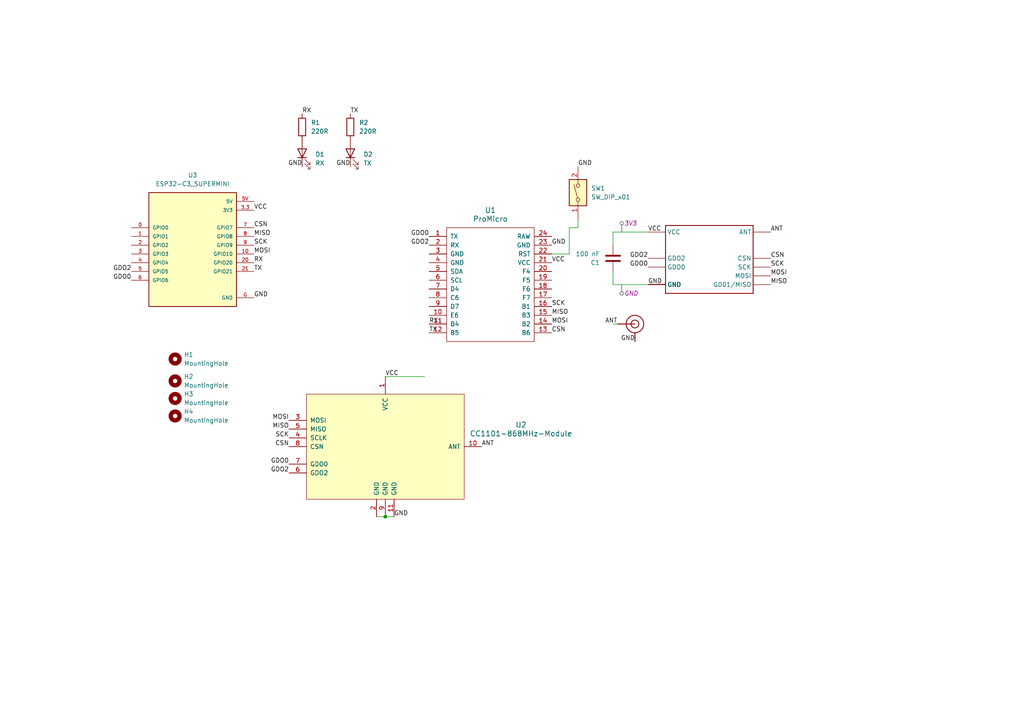
<source format=kicad_sch>
(kicad_sch (version 20231120) (generator "eeschema") (generator_version "8.0")
  (paper "A4")
  (lib_symbols
    (symbol "CC1101-E07-PI-eagle-import:ANTENNASMA"
      (symbol "ANTENNASMA_1_0"
        (circle (center 0 0) (radius 1.1359) (stroke (width 0.254)))
        (circle (center 0 0) (radius 2.54) (stroke (width 0.254)))
        (pin bidirectional line (at -5.08 0 0) (length 5.08) (name "ANT") (number "ANT0"))
        (pin bidirectional line (at -5.08 0 0) (length 5.08) (name "ANT") (number "ANT1"))
        (pin bidirectional line (at -5.08 0 0) (length 5.08) (name "ANT") (number "ANT2"))
        (pin bidirectional line (at 0 -5.08 90) (length 2.54) (name "GND") (number "GND3"))
        (pin bidirectional line (at 0 -5.08 90) (length 2.54) (name "GND") (number "GND4"))
        (pin bidirectional line (at 0 -5.08 90) (length 2.54) (name "GND") (number "GND5"))
        (pin bidirectional line (at 0 -5.08 90) (length 2.54) (name "GND") (number "GND6"))
      )
    )
    (symbol "CC1101-E07-PI-eagle-import:E07-900M10S"
      (symbol "E07-900M10S_1_0"
        (polyline (pts (xy -12.7 -10.16) (xy -12.7 9.525)) (stroke (width 0.254)))
        (polyline (pts (xy -12.7 9.525) (xy 12.7 9.525)) (stroke (width 0.254)))
        (polyline (pts (xy 12.7 -10.16) (xy -12.7 -10.16)) (stroke (width 0.254)))
        (polyline (pts (xy 12.7 9.525) (xy 12.7 -10.16)) (stroke (width 0.254)))
        (pin bidirectional line (at -17.78 -7.62 0) (length 5.08) (name "GND") (number "1"))
        (pin bidirectional line (at -17.78 -7.62 0) (length 5.08) (name "GND") (number "11"))
        (pin bidirectional line (at -17.78 -7.62 0) (length 5.08) (name "GND") (number "12"))
        (pin bidirectional line (at -17.78 0 0) (length 5.08) (name "GDO2") (number "14"))
        (pin bidirectional line (at -17.78 -2.54 0) (length 5.08) (name "GDO0") (number "15"))
        (pin bidirectional line (at 17.78 -7.62 180) (length 5.08) (name "GD01/MISO") (number "16"))
        (pin bidirectional line (at 17.78 -5.08 180) (length 5.08) (name "MOSI") (number "17"))
        (pin bidirectional line (at 17.78 -2.54 180) (length 5.08) (name "SCK") (number "18"))
        (pin bidirectional line (at 17.78 0 180) (length 5.08) (name "CSN") (number "19"))
        (pin bidirectional line (at -17.78 -7.62 0) (length 5.08) (name "GND") (number "2"))
        (pin bidirectional line (at -17.78 -7.62 0) (length 5.08) (name "GND") (number "20"))
        (pin bidirectional line (at 17.78 7.62 180) (length 5.08) (name "ANT") (number "21"))
        (pin bidirectional line (at -17.78 -7.62 0) (length 5.08) (name "GND") (number "22"))
        (pin bidirectional line (at -17.78 -7.62 0) (length 5.08) (name "GND") (number "3"))
        (pin bidirectional line (at -17.78 -7.62 0) (length 5.08) (name "GND") (number "4"))
        (pin bidirectional line (at -17.78 -7.62 0) (length 5.08) (name "GND") (number "5"))
        (pin bidirectional line (at -17.78 7.62 0) (length 5.08) (name "VCC") (number "9"))
      )
    )
    (symbol "Device:C" (pin_numbers hide) (pin_names (offset 0.254))
      (property "Reference" "C" (at 0.635 2.54 0))
      (property "Value" "C" (at 0.635 -2.54 0))
      (symbol "C_0_1"
        (polyline (pts (xy -2.032 -0.762) (xy 2.032 -0.762)) (stroke (width 0.508)))
        (polyline (pts (xy -2.032 0.762) (xy 2.032 0.762)) (stroke (width 0.508)))
      )
      (symbol "C_1_1"
        (pin passive line (at 0 3.81 270) (length 2.794) (name "~") (number "1"))
        (pin passive line (at 0 -3.81 90) (length 2.794) (name "~") (number "2"))
      )
    )
    (symbol "Device:LED" (pin_numbers hide) (pin_names (offset 1.016) hide)
      (property "Reference" "D" (at 0 2.54 0))
      (property "Value" "LED" (at 0 -2.54 0))
      (symbol "LED_0_1"
        (polyline (pts (xy -1.27 -1.27) (xy -1.27 1.27)) (stroke (width 0.254)))
        (polyline (pts (xy -1.27 0) (xy 1.27 0)))
        (polyline (pts (xy 1.27 -1.27) (xy 1.27 1.27) (xy -1.27 0) (xy 1.27 -1.27)) (stroke (width 0.254)))
        (polyline (pts (xy -3.048 -0.762) (xy -4.572 -2.286) (xy -3.81 -2.286) (xy -4.572 -2.286) (xy -4.572 -1.524)))
        (polyline (pts (xy -1.778 -0.762) (xy -3.302 -2.286) (xy -2.54 -2.286) (xy -3.302 -2.286) (xy -3.302 -1.524)))
      )
      (symbol "LED_1_1"
        (pin passive line (at -3.81 0 0) (length 2.54) (name "K") (number "1"))
        (pin passive line (at 3.81 0 180) (length 2.54) (name "A") (number "2"))
      )
    )
    (symbol "Device:R" (pin_numbers hide) (pin_names (offset 0))
      (property "Reference" "R" (at 2.032 0 90))
      (property "Value" "R" (at 0 0 90))
      (symbol "R_0_1"
        (rectangle (start -1.016 -2.54) (end 1.016 2.54) (stroke (width 0.254)))
      )
      (symbol "R_1_1"
        (pin passive line (at 0 3.81 270) (length 1.27) (name "~") (number "1"))
        (pin passive line (at 0 -3.81 90) (length 1.27) (name "~") (number "2"))
      )
    )
    (symbol "ESP32-C3_SUPERMINI:ESP32-C3_SUPERMINI" (pin_names (offset 1.016))
      (property "Reference" "U" (at -12.7 16.002 0))
      (property "Value" "ESP32-C3_SUPERMINI" (at -12.7 -20.32 0))
      (symbol "ESP32-C3_SUPERMINI_0_0"
        (rectangle (start -12.7 -17.78) (end 12.7 15.24) (stroke (width 0.254)) (fill (type background)))
        (pin bidirectional line (at -17.78 5.08 0) (length 5.08) (name "GPIO0") (number "0"))
        (pin bidirectional line (at -17.78 2.54 0) (length 5.08) (name "GPIO1") (number "1"))
        (pin bidirectional line (at 17.78 -2.54 180) (length 5.08) (name "GPIO10") (number "10"))
        (pin bidirectional line (at -17.78 0 0) (length 5.08) (name "GPIO2") (number "2"))
        (pin bidirectional line (at 17.78 -5.08 180) (length 5.08) (name "GPIO20") (number "20"))
        (pin bidirectional line (at 17.78 -7.62 180) (length 5.08) (name "GPIO21") (number "21"))
        (pin bidirectional line (at -17.78 -2.54 0) (length 5.08) (name "GPIO3") (number "3"))
        (pin power_in line (at 17.78 10.16 180) (length 5.08) (name "3V3") (number "3.3"))
        (pin bidirectional line (at -17.78 -5.08 0) (length 5.08) (name "GPIO4") (number "4"))
        (pin bidirectional line (at -17.78 -7.62 0) (length 5.08) (name "GPIO5") (number "5"))
        (pin power_in line (at 17.78 12.7 180) (length 5.08) (name "5V") (number "5V"))
        (pin bidirectional line (at -17.78 -10.16 0) (length 5.08) (name "GPIO6") (number "6"))
        (pin bidirectional line (at 17.78 5.08 180) (length 5.08) (name "GPIO7") (number "7"))
        (pin bidirectional line (at 17.78 2.54 180) (length 5.08) (name "GPIO8") (number "8"))
        (pin bidirectional line (at 17.78 0 180) (length 5.08) (name "GPIO9") (number "9"))
        (pin power_in line (at 17.78 -15.24 180) (length 5.08) (name "GND") (number "G"))
      )
    )
    (symbol "Mechanical:MountingHole" (pin_names (offset 1.016)) (exclude_from_sim yes) (in_bom no)
      (property "Reference" "H" (at 0 5.08 0))
      (property "Value" "MountingHole" (at 0 3.175 0))
      (symbol "MountingHole_0_1"
        (circle (center 0 0) (radius 1.27) (stroke (width 1.27)))
      )
    )
    (symbol "Switch:SW_DIP_x01" (pin_names (offset 0) hide)
      (property "Reference" "SW" (at 0 3.81 0))
      (property "Value" "SW_DIP_x01" (at 0 -3.81 0))
      (symbol "SW_DIP_x01_0_0"
        (circle (center -2.032 0) (radius 0.508))
        (polyline (pts (xy -1.524 0.127) (xy 2.3622 1.1684)))
        (circle (center 2.032 0) (radius 0.508))
      )
      (symbol "SW_DIP_x01_0_1"
        (rectangle (start -3.81 2.54) (end 3.81 -2.54) (stroke (width 0.254)) (fill (type background)))
      )
      (symbol "SW_DIP_x01_1_1"
        (pin passive line (at -7.62 0 0) (length 5.08) (name "~") (number "1"))
        (pin passive line (at 7.62 0 180) (length 5.08) (name "~") (number "2"))
      )
    )
    (symbol "promicro:ProMicro" (pin_names (offset 1.016))
      (property "Reference" "U" (at 0 24.13 0))
      (property "Value" "ProMicro" (at 0 -13.97 0))
      (symbol "ProMicro_0_1"
        (rectangle (start -12.7 21.59) (end 12.7 -11.43))
      )
      (symbol "ProMicro_1_1"
        (pin bidirectional line (at -17.78 19.05 0) (length 5.08) (name "TX") (number "1"))
        (pin bidirectional line (at -17.78 -3.81 0) (length 5.08) (name "E6") (number "10"))
        (pin bidirectional line (at -17.78 -6.35 0) (length 5.08) (name "B4") (number "11"))
        (pin bidirectional line (at -17.78 -8.89 0) (length 5.08) (name "B5") (number "12"))
        (pin bidirectional line (at 17.78 -8.89 180) (length 5.08) (name "B6") (number "13"))
        (pin bidirectional line (at 17.78 -6.35 180) (length 5.08) (name "B2") (number "14"))
        (pin bidirectional line (at 17.78 -3.81 180) (length 5.08) (name "B3") (number "15"))
        (pin bidirectional line (at 17.78 -1.27 180) (length 5.08) (name "B1") (number "16"))
        (pin bidirectional line (at 17.78 1.27 180) (length 5.08) (name "F7") (number "17"))
        (pin bidirectional line (at 17.78 3.81 180) (length 5.08) (name "F6") (number "18"))
        (pin bidirectional line (at 17.78 6.35 180) (length 5.08) (name "F5") (number "19"))
        (pin bidirectional line (at -17.78 16.51 0) (length 5.08) (name "RX") (number "2"))
        (pin bidirectional line (at 17.78 8.89 180) (length 5.08) (name "F4") (number "20"))
        (pin power_in line (at 17.78 11.43 180) (length 5.08) (name "VCC") (number "21"))
        (pin input line (at 17.78 13.97 180) (length 5.08) (name "RST") (number "22"))
        (pin power_in line (at 17.78 16.51 180) (length 5.08) (name "GND") (number "23"))
        (pin power_out line (at 17.78 19.05 180) (length 5.08) (name "RAW") (number "24"))
        (pin power_in line (at -17.78 13.97 0) (length 5.08) (name "GND") (number "3"))
        (pin power_in line (at -17.78 11.43 0) (length 5.08) (name "GND") (number "4"))
        (pin bidirectional line (at -17.78 8.89 0) (length 5.08) (name "SDA") (number "5"))
        (pin bidirectional line (at -17.78 6.35 0) (length 5.08) (name "SCL") (number "6"))
        (pin bidirectional line (at -17.78 3.81 0) (length 5.08) (name "D4") (number "7"))
        (pin bidirectional line (at -17.78 1.27 0) (length 5.08) (name "C6") (number "8"))
        (pin bidirectional line (at -17.78 -1.27 0) (length 5.08) (name "D7") (number "9"))
      )
    )
    (symbol "wireless-modules:CC1101-868MHz-Module" (pin_names (offset 1.016))
      (property "Reference" "U" (at -22.86 16.51 0))
      (property "Value" "CC1101-868MHz-Module" (at 0 0 0))
      (symbol "CC1101-868MHz-Module_0_1"
        (rectangle (start 22.86 15.24) (end -22.86 -15.24) (fill (type background)))
      )
      (symbol "CC1101-868MHz-Module_1_1"
        (pin power_in line (at 0 20.32 270) (length 5.08) (name "VCC") (number "1"))
        (pin bidirectional line (at 27.94 0 180) (length 5.08) (name "ANT") (number "10"))
        (pin power_in line (at 2.54 -20.32 90) (length 5.08) (name "GND") (number "11"))
        (pin power_in line (at -2.54 -20.32 90) (length 5.08) (name "GND") (number "2"))
        (pin input line (at -27.94 7.62 0) (length 5.08) (name "MOSI") (number "3"))
        (pin input line (at -27.94 2.54 0) (length 5.08) (name "SCLK") (number "4"))
        (pin output line (at -27.94 5.08 0) (length 5.08) (name "MISO") (number "5"))
        (pin output line (at -27.94 -7.62 0) (length 5.08) (name "GDO2") (number "6"))
        (pin bidirectional line (at -27.94 -5.08 0) (length 5.08) (name "GDO0") (number "7"))
        (pin input line (at -27.94 0 0) (length 5.08) (name "CSN") (number "8"))
        (pin power_in line (at 0 -20.32 90) (length 5.08) (name "GND") (number "9"))
      )
    )
  )
  (junction (at 111.76 149.86))
  (wire (pts (xy 111.76 109.22) (xy 123.19 109.22)))
  (wire (pts (xy 109.22 149.86) (xy 111.76 149.86)))
  (wire (pts (xy 167.64 66.04) (xy 167.64 63.5)))
  (wire (pts (xy 160.02 73.66) (xy 165.1 73.66)))
  (wire (pts (xy 187.96 67.31) (xy 177.8 67.31)))
  (wire (pts (xy 165.1 66.04) (xy 167.64 66.04)))
  (wire (pts (xy 177.8 93.98) (xy 179.07 93.98)))
  (wire (pts (xy 165.1 73.66) (xy 165.1 66.04)))
  (wire (pts (xy 177.8 82.55) (xy 187.96 82.55)))
  (wire (pts (xy 111.76 149.86) (xy 114.3 149.86)))
  (wire (pts (xy 177.8 78.74) (xy 177.8 82.55)))
  (wire (pts (xy 177.8 67.31) (xy 177.8 71.12)))
  (label "VCC" (at 187.96 67.31 0))
  (label "TX" (at 124.46 96.52 0))
  (label "VCC" (at 111.76 109.22 0))
  (label "GDO0" (at 124.46 68.58 180))
  (label "SCK" (at 83.82 127 180))
  (label "GDO2" (at 187.96 74.93 180))
  (label "GDO2" (at 38.1 78.74 180))
  (label "MOSI" (at 73.66 73.66 0))
  (label "GDO0" (at 83.82 134.62 180))
  (label "GND" (at 73.66 86.36 0))
  (label "MOSI" (at 83.82 121.92 180))
  (label "GND" (at 114.3 149.86 0))
  (label "TX" (at 101.6 33.02 0))
  (label "CSN" (at 223.52 74.93 0))
  (label "GDO2" (at 124.46 71.12 180))
  (label "MISO" (at 73.66 68.58 0))
  (label "VCC" (at 73.66 60.96 0))
  (label "ANT" (at 179.07 93.98 180))
  (label "GND" (at 187.96 82.55 0))
  (label "GDO0" (at 38.1 81.28 180))
  (label "MISO" (at 160.02 91.44 0))
  (label "RX" (at 87.63 33.02 0))
  (label "SCK" (at 223.52 77.47 0))
  (label "MOSI" (at 223.52 80.01 0))
  (label "GND" (at 167.64 48.26 0))
  (label "GND" (at 87.63 48.26 180))
  (label "ANT" (at 223.52 67.31 0))
  (label "CSN" (at 83.82 129.54 180))
  (label "RX" (at 73.66 76.2 0))
  (label "MISO" (at 83.82 124.46 180))
  (label "MISO" (at 223.52 82.55 0))
  (label "VCC" (at 160.02 76.2 0))
  (label "RX" (at 124.46 93.98 0))
  (label "GDO2" (at 83.82 137.16 180))
  (label "TX" (at 73.66 78.74 0))
  (label "GDO0" (at 187.96 77.47 180))
  (label "MOSI" (at 160.02 93.98 0))
  (label "SCK" (at 73.66 71.12 0))
  (label "GND" (at 160.02 71.12 0))
  (label "GND" (at 184.15 99.06 180))
  (label "CSN" (at 73.66 66.04 0))
  (label "GND" (at 101.6 48.26 180))
  (label "ANT" (at 139.7 129.54 0))
  (label "SCK" (at 160.02 88.9 0))
  (label "CSN" (at 160.02 96.52 0))
  (netclass_flag "" (length 2.54) (shape round) (at 180.34 82.55 180) (property "Netclass" "GND" (at 181.0385 85.09 0) (effects (font (italic yes)) (justify left))))
  (netclass_flag "" (length 2.54) (shape round) (at 180.34 67.31 0) (property "Netclass" "3V3" (at 181.0385 64.77 0) (effects (font (italic yes)) (justify left))))
  (symbol (lib_id "Mechanical:MountingHole") (at 50.8 120.65 0) (unit 1) (exclude_from_sim yes) (in_bom no)
    (property "Reference" "H4" (at 53.34 119.3799 0) (effects (justify left)))
    (property "Value" "MountingHole" (at 53.34 121.9199 0) (effects (justify left)))
    (property "Footprint" "MountingHole:MountingHole_3.2mm_M3" (effects (hide yes)))
    (property "Description" "Mounting Hole without connection" (effects (hide yes)))
  )
  (symbol (lib_id "Mechanical:MountingHole") (at 50.8 110.49 0) (unit 1) (exclude_from_sim yes) (in_bom no)
    (property "Reference" "H2" (at 53.34 109.2199 0) (effects (justify left)))
    (property "Value" "MountingHole" (at 53.34 111.7599 0) (effects (justify left)))
    (property "Footprint" "MountingHole:MountingHole_3.2mm_M3" (effects (hide yes)))
    (property "Description" "Mounting Hole without connection" (effects (hide yes)))
  )
  (symbol (lib_id "Device:R") (at 87.63 36.83 0) (unit 1)
    (property "Reference" "R1" (at 90.17 35.5599 0) (effects (justify left)))
    (property "Value" "220R" (at 90.17 38.0999 0) (effects (justify left)))
    (property "Footprint" "Resistor_SMD:R_1206_3216Metric_Pad1.30x1.75mm_HandSolder" (effects (hide yes)))
    (property "Description" "Resistor" (effects (hide yes)))
  )
  (symbol (lib_id "CC1101-E07-PI-eagle-import:E07-900M10S") (at 205.74 74.93 0) (unit 1)
    (property "Reference" "1" (effects (hide yes)))
    (property "Footprint" "CC1101-E07-PI:E07-900M10S" (effects (hide yes)))
  )
  (symbol (lib_id "Device:R") (at 101.6 36.83 0) (unit 1)
    (property "Reference" "R2" (at 104.14 35.5599 0) (effects (justify left)))
    (property "Value" "220R" (at 104.14 38.0999 0) (effects (justify left)))
    (property "Footprint" "Resistor_SMD:R_1206_3216Metric_Pad1.30x1.75mm_HandSolder" (effects (hide yes)))
    (property "Description" "Resistor" (effects (hide yes)))
  )
  (symbol (lib_id "ESP32-C3_SUPERMINI:ESP32-C3_SUPERMINI") (at 55.88 71.12 0) (unit 1)
    (property "Reference" "U3" (at 55.88 50.8 0))
    (property "Value" "ESP32-C3_SUPERMINI" (at 55.88 53.34 0))
    (property "Footprint" "Library:MODULE_ESP32-C3_SUPERMINI" (effects (hide yes)))
    (property "MF" "Espressif Systems" (effects (hide yes)))
    (property "MAXIMUM_PACKAGE_HEIGHT" "4.2mm" (effects (hide yes)))
    (property "Package" "Package" (effects (hide yes)))
    (property "Price" "None" (effects (hide yes)))
    (property "Check_prices" "https://www.snapeda.com/parts/ESP32-C3%20SuperMini/Espressif+Systems/view-part/?ref=eda" (effects (hide yes)))
    (property "STANDARD" "Manufacturer Recommendations" (effects (hide yes)))
    (property "SnapEDA_Link" "https://www.snapeda.com/parts/ESP32-C3%20SuperMini/Espressif+Systems/view-part/?ref=snap" (effects (hide yes)))
    (property "MP" "ESP32-C3 SuperMini" (effects (hide yes)))
    (property "Description_1" "\nSuper tiny ESP32-C3 board\n" (effects (hide yes)))
    (property "Availability" "Not in stock" (effects (hide yes)))
    (property "MANUFACTURER" "Espressif" (effects (hide yes)))
  )
  (symbol (lib_id "Mechanical:MountingHole") (at 50.8 115.57 0) (unit 1) (exclude_from_sim yes) (in_bom no)
    (property "Reference" "H3" (at 53.34 114.2999 0) (effects (justify left)))
    (property "Value" "MountingHole" (at 53.34 116.8399 0) (effects (justify left)))
    (property "Footprint" "MountingHole:MountingHole_3.2mm_M3" (effects (hide yes)))
    (property "Description" "Mounting Hole without connection" (effects (hide yes)))
  )
  (symbol (lib_id "Device:LED") (at 87.63 44.45 90) (unit 1)
    (property "Reference" "D1" (at 91.44 44.7674 90) (effects (justify right)))
    (property "Value" "RX" (at 91.44 47.3074 90) (effects (justify right)))
    (property "Footprint" "LED_SMD:LED_1206_3216Metric_Pad1.42x1.75mm_HandSolder" (effects (hide yes)))
    (property "Description" "Light emitting diode" (effects (hide yes)))
  )
  (symbol (lib_id "Switch:SW_DIP_x01") (at 167.64 55.88 90) (unit 1)
    (property "Reference" "SW1" (at 171.45 54.6099 90) (effects (justify right)))
    (property "Value" "SW_DIP_x01" (at 171.45 57.1499 90) (effects (justify right)))
    (property "Footprint" "Button_Switch_SMD:SW_Push_1P1T_NO_CK_KMR2" (effects (hide yes)))
    (property "Description" "1x DIP Switch, Single Pole Single Throw (SPST) switch, small symbol" (effects (hide yes)))
  )
  (symbol (lib_id "Device:C") (at 177.8 74.93 180) (unit 1)
    (property "Reference" "C1" (at 173.99 76.2001 0) (effects (justify left)))
    (property "Value" "100 nF" (at 173.99 73.6601 0) (effects (justify left)))
    (property "Footprint" "Capacitor_SMD:C_1206_3216Metric_Pad1.33x1.80mm_HandSolder" (effects (hide yes)))
    (property "Description" "Unpolarized capacitor" (effects (hide yes)))
  )
  (symbol (lib_id "promicro:ProMicro") (at 142.24 87.63 0) (unit 1)
    (property "Reference" "U1" (at 142.24 60.96 0) (effects (font (size 1.524 1.524))))
    (property "Value" "ProMicro" (at 142.24 63.5 0) (effects (font (size 1.524 1.524))))
    (property "Footprint" "promicro:ProMicro" (effects (hide yes)))
  )
  (symbol (lib_id "Mechanical:MountingHole") (at 50.8 104.14 0) (unit 1) (exclude_from_sim yes) (in_bom no)
    (property "Reference" "H1" (at 53.34 102.8699 0) (effects (justify left)))
    (property "Value" "MountingHole" (at 53.34 105.4099 0) (effects (justify left)))
    (property "Footprint" "MountingHole:MountingHole_3.2mm_M3" (effects (hide yes)))
    (property "Description" "Mounting Hole without connection" (effects (hide yes)))
  )
  (symbol (lib_id "CC1101-E07-PI-eagle-import:ANTENNASMA") (at 184.15 93.98 0) (unit 1)
    (property "Reference" "J$1" (effects (hide yes)))
    (property "Footprint" "CC1101-E07-PI:SMA_PAD" (effects (hide yes)))
    (property "Description" "SMA Antenna Connector End launch SMA connector. The paste layer has been removed so that the connector can be hand soldered onto the board after reflow." (effects (hide yes)))
  )
  (symbol (lib_id "wireless-modules:CC1101-868MHz-Module") (at 111.76 129.54 0) (unit 1)
    (property "Reference" "U2" (at 151.13 123.2214 0) (effects (font (size 1.524 1.524))))
    (property "Value" "CC1101-868MHz-Module" (at 151.13 125.7614 0) (effects (font (size 1.524 1.524))))
    (property "Footprint" "miscellaneous:CC1101-868MHz-Module" (effects (hide yes)))
    (property "Datasheet" "http://www.digirf.com/XWFU/2013/4f3751b81deca976.pdf" (effects (hide yes)))
    (property "Description" "CC1101 868/915 MHz module" (effects (hide yes)))
  )
  (symbol (lib_id "Device:LED") (at 101.6 44.45 90) (unit 1)
    (property "Reference" "D2" (at 105.41 44.7674 90) (effects (justify right)))
    (property "Value" "TX" (at 105.41 47.3074 90) (effects (justify right)))
    (property "Footprint" "LED_SMD:LED_1206_3216Metric_Pad1.42x1.75mm_HandSolder" (effects (hide yes)))
    (property "Description" "Light emitting diode" (effects (hide yes)))
  )
)
</source>
